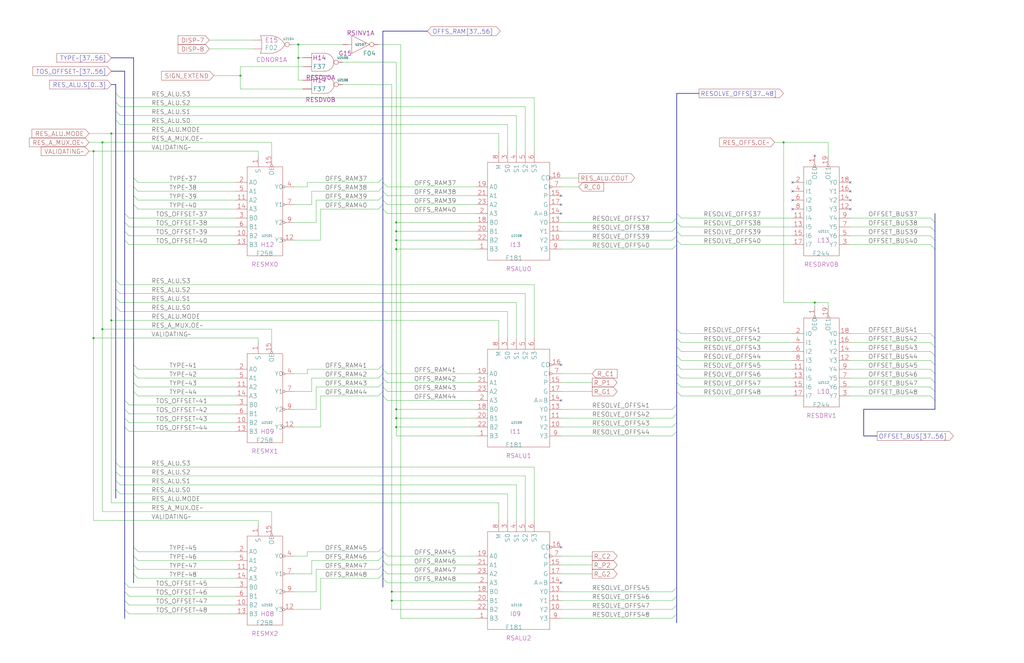
<source format=kicad_sch>
(kicad_sch (version 20211123) (generator eeschema)
  (paper "User" 584.2 378.46)
  (title_block (title "RESOLVE ALU BITS (37:48)") (date "22-MAY-90") (rev "1.0") (comment 1 "SEQUENCER") (comment 2 "232-003064") (comment 3 "S400") (comment 4 "RELEASED"))
  (lib_symbols
    (symbol "r1000:F02" (pin_numbers hide) (pin_names hide)
      (property "Reference" "U" (at 12.16 0.635 0))
      (property "Value" "F02" (at -1.27 -4.445 0))
      (property "Location" "___" (at 2.54 0 0))
      (property "Name" "______" (at 2.54 -12.7 0))
      (symbol "F02_0_1"
        (arc (start -3.81 -7.62) (mid -2.9847 -2.54) (end -3.81 2.54) (stroke (width 0.1524)))
        (polyline (pts (xy -5.08 -5.08) (xy -3.175 -5.08)) (stroke (width 0.1524)))
        (polyline (pts (xy -5.08 0) (xy -3.175 0)) (stroke (width 0.1524)))
        (polyline (pts (xy -3.81 -7.62) (xy 2.54 -7.62)) (stroke (width 0.1524)))
        (polyline (pts (xy -3.81 2.54) (xy 2.54 2.54)) (stroke (width 0.1524)))
        (polyline (pts (xy 13.97 -2.54) (xy 12.7 -2.54)) (stroke (width 0.1524)))
        (arc (start 2.54 -7.62) (mid 6.9515 -5.9823) (end 10.16 -2.54) (stroke (width 0.1524)))
        (arc (start 10.16 -2.54) (mid 6.9478 0.8966) (end 2.54 2.54) (stroke (width 0.1524)))
        (circle (center 11.43 -2.54) (radius 1.27) (stroke (width 0.1524)))
      )
      (symbol "F02_0_2"
        (circle (center -3.81 -5.08) (radius 1.27) (stroke (width 0.1524)))
        (circle (center -3.81 0) (radius 1.27) (stroke (width 0.1524)))
        (polyline (pts (xy -2.54 -7.62) (xy 5.08 -7.62)) (stroke (width 0.1524)))
        (polyline (pts (xy -2.54 2.54) (xy -2.54 -7.62)) (stroke (width 0.1524)))
        (polyline (pts (xy -2.54 2.54) (xy 5.08 2.54)) (stroke (width 0.1524)))
        (polyline (pts (xy 11.43 -2.54) (xy 10.16 -2.54)) (stroke (width 0.1524)))
        (polyline (pts (xy 11.43 -2.54) (xy 12.7 -2.54)) (stroke (width 0.1524)))
        (arc (start 5.08 -7.62) (mid 10.1282 -2.54) (end 5.08 2.54) (stroke (width 0.1524)))
      )
      (symbol "F02_1_1"
        (pin input line (at -7.62 0 0) (length 2.54) (name "D0") (number "1"))
        (pin input line (at -7.62 -5.08 0) (length 2.54) (name "D1") (number "2"))
        (pin output line (at 15.24 -2.54 180) (length 1.27) (name "Q") (number "3"))
      )
      (symbol "F02_1_2"
        (pin input line (at -7.62 0 0) (length 2.54) (name "D0") (number "1"))
        (pin input line (at -7.62 -5.08 0) (length 2.54) (name "D1") (number "2"))
        (pin output line (at 15.24 -2.54 180) (length 2.54) (name "Q") (number "3"))
      )
    )
    (symbol "r1000:F04" (pin_numbers hide) (pin_names hide)
      (property "Reference" "U" (at 0 0 0))
      (property "Value" "F04" (at 1.27 -5.08 0))
      (property "Location" "___" (at -12.7 -5.08 0))
      (property "Name" "______" (at 0 5.08 0))
      (symbol "F04_0_1"
        (polyline (pts (xy -7.62 0) (xy -5.08 0)) (stroke (width 0.1524)))
        (polyline (pts (xy -5.08 5.08) (xy -5.08 -5.08)) (stroke (width 0.1524)))
        (polyline (pts (xy 5.08 0) (xy -5.08 -5.08)) (stroke (width 0.1524)))
        (polyline (pts (xy 5.08 0) (xy -5.08 5.08)) (stroke (width 0.1524)))
        (circle (center 6.35 0) (radius 1.27) (stroke (width 0.1524)))
      )
      (symbol "F04_1_1"
        (pin input line (at -10.16 0 0) (length 2.54) (name "D0") (number "1"))
        (pin output line (at 10.16 0 180) (length 2.54) (name "Q") (number "2"))
      )
    )
    (symbol "r1000:F181" (pin_names (offset 1.016))
      (property "Reference" "U" (at 2.54 5.08 0))
      (property "Value" "F181" (at -3.81 -7.62 0))
      (property "Location" "___" (at -1.27 0 0))
      (property "Name" "______" (at 3.81 -15.24 0))
      (symbol "F181_1_1"
        (rectangle (start -13.97 46.99) (end 21.59 -8.89))
        (circle (center 22.225 33.02) (radius 0.635))
        (circle (center 22.225 38.1) (radius 0.635))
        (pin input line (at -20.32 -2.54 0) (length 6.35) (name "B3") (number "1"))
        (pin output line (at 27.94 2.54 180) (length 6.35) (name "Y2") (number "10"))
        (pin output line (at 27.94 7.62 180) (length 6.35) (name "Y1") (number "11"))
        (pin output line (at 27.94 12.7 180) (length 6.35) (name "Y0") (number "13"))
        (pin open_collector line (at 27.94 17.78 180) (length 6.35) (name "A=B") (number "14"))
        (pin output line (at 27.94 27.94 180) (length 6.35) (name "P") (number "15"))
        (pin output line (at 27.94 38.1 180) (length 5.08) (name "CO") (number "16"))
        (pin output line (at 27.94 22.86 180) (length 6.35) (name "G") (number "17"))
        (pin input line (at -20.32 12.7 0) (length 6.35) (name "B0") (number "18"))
        (pin input line (at -20.32 33.02 0) (length 6.35) (name "A0") (number "19"))
        (pin input line (at -20.32 17.78 0) (length 6.35) (name "A3") (number "2"))
        (pin input line (at -20.32 7.62 0) (length 6.35) (name "B1") (number "20"))
        (pin input line (at -20.32 27.94 0) (length 6.35) (name "A1") (number "21"))
        (pin input line (at -20.32 2.54 0) (length 6.35) (name "B2") (number "22"))
        (pin input line (at -20.32 22.86 0) (length 6.35) (name "A2") (number "23"))
        (pin input line (at -2.54 53.34 270) (length 6.35) (name "S0") (number "3"))
        (pin input line (at 2.54 53.34 270) (length 6.35) (name "S1") (number "4"))
        (pin input line (at 7.62 53.34 270) (length 6.35) (name "S2") (number "5"))
        (pin input line (at 12.7 53.34 270) (length 6.35) (name "S3") (number "6"))
        (pin input line (at 27.94 33.02 180) (length 5.08) (name "CI") (number "7"))
        (pin input line (at -7.62 53.34 270) (length 6.35) (name "M") (number "8"))
        (pin output line (at 27.94 -2.54 180) (length 6.35) (name "Y3") (number "9"))
      )
    )
    (symbol "r1000:F244" (pin_names (offset 1.016))
      (property "Reference" "U" (at 2.54 5.08 0))
      (property "Value" "F244" (at -3.81 -7.62 0))
      (property "Location" "___" (at -1.27 0 0))
      (property "Name" "______" (at 1.27 -15.24 0))
      (symbol "F244_1_1"
        (rectangle (start -8.89 41.91) (end 11.43 -8.89))
        (circle (center -2.54 42.545) (radius 0.635))
        (circle (center 5.08 42.545) (radius 0.635))
        (pin input line (at -2.54 48.26 270) (length 5.08) (name "OE0") (number "1"))
        (pin input line (at -15.24 12.7 0) (length 6.35) (name "I4") (number "11"))
        (pin tri_state line (at 17.78 17.78 180) (length 6.35) (name "Y3") (number "12"))
        (pin input line (at -15.24 7.62 0) (length 6.35) (name "I5") (number "13"))
        (pin tri_state line (at 17.78 22.86 180) (length 6.35) (name "Y2") (number "14"))
        (pin input line (at -15.24 2.54 0) (length 6.35) (name "I6") (number "15"))
        (pin tri_state line (at 17.78 27.94 180) (length 6.35) (name "Y1") (number "16"))
        (pin input line (at -15.24 -2.54 0) (length 6.35) (name "I7") (number "17"))
        (pin tri_state line (at 17.78 33.02 180) (length 6.35) (name "Y0") (number "18"))
        (pin input line (at 5.08 48.26 270) (length 5.08) (name "OE1") (number "19"))
        (pin input line (at -15.24 33.02 0) (length 6.35) (name "I0") (number "2"))
        (pin tri_state line (at 17.78 -2.54 180) (length 6.35) (name "Y7") (number "3"))
        (pin input line (at -15.24 27.94 0) (length 6.35) (name "I1") (number "4"))
        (pin tri_state line (at 17.78 2.54 180) (length 6.35) (name "Y6") (number "5"))
        (pin input line (at -15.24 22.86 0) (length 6.35) (name "I2") (number "6"))
        (pin tri_state line (at 17.78 7.62 180) (length 6.35) (name "Y5") (number "7"))
        (pin input line (at -15.24 17.78 0) (length 6.35) (name "I3") (number "8"))
        (pin tri_state line (at 17.78 12.7 180) (length 6.35) (name "Y4") (number "9"))
      )
    )
    (symbol "r1000:F258" (pin_names (offset 1.016))
      (property "Reference" "U" (at 2.54 5.08 0))
      (property "Value" "F258" (at -3.81 -5.08 0))
      (property "Location" "___" (at -1.27 0 0))
      (property "Name" "______" (at 1.27 -12.7 0))
      (symbol "F258_1_1"
        (rectangle (start -8.89 44.45) (end 11.43 -6.35))
        (circle (center 5.08 45.085) (radius 0.635))
        (circle (center 12.065 2.54) (radius 0.635))
        (circle (center 12.065 12.7) (radius 0.635))
        (circle (center 12.065 22.86) (radius 0.635))
        (circle (center 12.065 33.02) (radius 0.635))
        (pin input line (at -2.54 50.8 270) (length 6.35) (name "S") (number "1"))
        (pin input line (at -15.24 5.08 0) (length 6.35) (name "B2") (number "10"))
        (pin input line (at -15.24 25.4 0) (length 6.35) (name "A2") (number "11"))
        (pin tri_state line (at 17.78 2.54 180) (length 5.08) (name "Y3") (number "12"))
        (pin input line (at -15.24 0 0) (length 6.35) (name "B3") (number "13"))
        (pin input line (at -15.24 20.32 0) (length 6.35) (name "A3") (number "14"))
        (pin input line (at 5.08 50.8 270) (length 5.08) (name "OE") (number "15"))
        (pin input line (at -15.24 35.56 0) (length 6.35) (name "A0") (number "2"))
        (pin input line (at -15.24 15.24 0) (length 6.35) (name "B0") (number "3"))
        (pin tri_state line (at 17.78 33.02 180) (length 5.08) (name "Y0") (number "4"))
        (pin input line (at -15.24 30.48 0) (length 6.35) (name "A1") (number "5"))
        (pin input line (at -15.24 10.16 0) (length 6.35) (name "B1") (number "6"))
        (pin tri_state line (at 17.78 22.86 180) (length 5.08) (name "Y1") (number "7"))
        (pin tri_state line (at 17.78 12.7 180) (length 5.08) (name "Y2") (number "9"))
      )
    )
    (symbol "r1000:F37" (pin_numbers hide) (pin_names (offset 0) hide)
      (property "Reference" "U" (at 15.24 0 0))
      (property "Value" "F37" (at 1.905 -5.08 0))
      (property "Location" "___" (at 1.905 0 0))
      (property "Name" "______" (at 2.54 -12.7 0))
      (symbol "F37_0_1"
        (polyline (pts (xy -2.54 -7.62) (xy 5.08 -7.62)) (stroke (width 0.1524)))
        (polyline (pts (xy -2.54 2.54) (xy -2.54 -7.62)) (stroke (width 0.1524)))
        (polyline (pts (xy -2.54 2.54) (xy 5.08 2.54)) (stroke (width 0.1524)))
        (arc (start 5.08 -7.62) (mid 10.1282 -2.54) (end 5.08 2.54) (stroke (width 0.1524)))
        (circle (center 11.43 -2.54) (radius 1.27) (stroke (width 0.1524)))
      )
      (symbol "F37_0_2"
        (circle (center -3.81 -5.08) (radius 1.27) (stroke (width 0.1524)))
        (circle (center -3.81 0) (radius 1.27) (stroke (width 0.1524)))
        (arc (start -3.175 -7.62) (mid -2.134 -2.54) (end -3.175 2.54) (stroke (width 0.1524)))
        (polyline (pts (xy -3.175 -7.62) (xy 3.81 -7.62)) (stroke (width 0.1524)))
        (polyline (pts (xy -3.175 2.54) (xy 3.81 2.54)) (stroke (width 0.1524)))
        (arc (start 3.81 -7.62) (mid 7.5855 -5.8306) (end 10.16 -2.54) (stroke (width 0.1524)))
        (arc (start 10.16 -2.54) (mid 7.5827 0.7471) (end 3.81 2.54) (stroke (width 0.1524)))
      )
      (symbol "F37_1_1"
        (pin input line (at -7.62 0 0) (length 5.08) (name "D0") (number "1"))
        (pin input line (at -7.62 -5.08 0) (length 5.08) (name "D1") (number "2"))
        (pin output line (at 15.24 -2.54 180) (length 2.54) (name "Q") (number "3"))
      )
      (symbol "F37_1_2"
        (pin input line (at -7.62 0 0) (length 2.54) (name "D0") (number "1"))
        (pin input line (at -7.62 -5.08 0) (length 2.54) (name "D1") (number "2"))
        (pin output line (at 15.24 -2.54 180) (length 5.08) (name "Q") (number "3"))
      )
    )
  )
  (bus (pts (xy 218.44 101.6) (xy 218.44 104.14)))
  (bus (pts (xy 218.44 104.14) (xy 218.44 106.68)))
  (bus (pts (xy 218.44 106.68) (xy 218.44 109.22)))
  (bus (pts (xy 218.44 109.22) (xy 218.44 111.76)))
  (bus (pts (xy 218.44 111.76) (xy 218.44 114.3)))
  (bus (pts (xy 218.44 114.3) (xy 218.44 116.84)))
  (bus (pts (xy 218.44 116.84) (xy 218.44 119.38)))
  (bus (pts (xy 218.44 119.38) (xy 218.44 208.28)))
  (bus (pts (xy 218.44 17.78) (xy 218.44 101.6)))
  (bus (pts (xy 218.44 208.28) (xy 218.44 210.82)))
  (bus (pts (xy 218.44 210.82) (xy 218.44 213.36)))
  (bus (pts (xy 218.44 213.36) (xy 218.44 215.9)))
  (bus (pts (xy 218.44 215.9) (xy 218.44 218.44)))
  (bus (pts (xy 218.44 218.44) (xy 218.44 220.98)))
  (bus (pts (xy 218.44 220.98) (xy 218.44 223.52)))
  (bus (pts (xy 218.44 223.52) (xy 218.44 226.06)))
  (bus (pts (xy 218.44 226.06) (xy 218.44 312.42)))
  (bus (pts (xy 218.44 312.42) (xy 218.44 314.96)))
  (bus (pts (xy 218.44 314.96) (xy 218.44 317.5)))
  (bus (pts (xy 218.44 317.5) (xy 218.44 320.04)))
  (bus (pts (xy 218.44 320.04) (xy 218.44 322.58)))
  (bus (pts (xy 218.44 322.58) (xy 218.44 325.12)))
  (bus (pts (xy 218.44 325.12) (xy 218.44 327.66)))
  (bus (pts (xy 218.44 327.66) (xy 218.44 330.2)))
  (bus (pts (xy 218.44 330.2) (xy 218.44 335.28)))
  (bus (pts (xy 243.84 17.78) (xy 218.44 17.78)))
  (bus (pts (xy 386.08 121.92) (xy 386.08 124.46)))
  (bus (pts (xy 386.08 124.46) (xy 386.08 127)))
  (bus (pts (xy 386.08 127) (xy 386.08 129.54)))
  (bus (pts (xy 386.08 129.54) (xy 386.08 132.08)))
  (bus (pts (xy 386.08 132.08) (xy 386.08 134.62)))
  (bus (pts (xy 386.08 134.62) (xy 386.08 137.16)))
  (bus (pts (xy 386.08 137.16) (xy 386.08 139.7)))
  (bus (pts (xy 386.08 139.7) (xy 386.08 187.96)))
  (bus (pts (xy 386.08 187.96) (xy 386.08 193.04)))
  (bus (pts (xy 386.08 193.04) (xy 386.08 198.12)))
  (bus (pts (xy 386.08 198.12) (xy 386.08 203.2)))
  (bus (pts (xy 386.08 203.2) (xy 386.08 208.28)))
  (bus (pts (xy 386.08 208.28) (xy 386.08 213.36)))
  (bus (pts (xy 386.08 213.36) (xy 386.08 218.44)))
  (bus (pts (xy 386.08 218.44) (xy 386.08 223.52)))
  (bus (pts (xy 386.08 223.52) (xy 386.08 231.14)))
  (bus (pts (xy 386.08 231.14) (xy 386.08 236.22)))
  (bus (pts (xy 386.08 236.22) (xy 386.08 241.3)))
  (bus (pts (xy 386.08 241.3) (xy 386.08 246.38)))
  (bus (pts (xy 386.08 246.38) (xy 386.08 335.28)))
  (bus (pts (xy 386.08 335.28) (xy 386.08 340.36)))
  (bus (pts (xy 386.08 340.36) (xy 386.08 345.44)))
  (bus (pts (xy 386.08 345.44) (xy 386.08 350.52)))
  (bus (pts (xy 386.08 350.52) (xy 386.08 355.6)))
  (bus (pts (xy 386.08 53.34) (xy 386.08 121.92)))
  (bus (pts (xy 386.08 53.34) (xy 398.78 53.34)))
  (bus (pts (xy 492.76 233.68) (xy 492.76 248.92)))
  (bus (pts (xy 492.76 248.92) (xy 500.38 248.92)))
  (bus (pts (xy 533.4 121.92) (xy 533.4 127)))
  (bus (pts (xy 533.4 127) (xy 533.4 132.08)))
  (bus (pts (xy 533.4 132.08) (xy 533.4 137.16)))
  (bus (pts (xy 533.4 137.16) (xy 533.4 142.24)))
  (bus (pts (xy 533.4 142.24) (xy 533.4 193.04)))
  (bus (pts (xy 533.4 193.04) (xy 533.4 198.12)))
  (bus (pts (xy 533.4 198.12) (xy 533.4 203.2)))
  (bus (pts (xy 533.4 203.2) (xy 533.4 208.28)))
  (bus (pts (xy 533.4 208.28) (xy 533.4 213.36)))
  (bus (pts (xy 533.4 213.36) (xy 533.4 218.44)))
  (bus (pts (xy 533.4 218.44) (xy 533.4 223.52)))
  (bus (pts (xy 533.4 223.52) (xy 533.4 228.6)))
  (bus (pts (xy 533.4 228.6) (xy 533.4 233.68)))
  (bus (pts (xy 533.4 233.68) (xy 492.76 233.68)))
  (bus (pts (xy 63.5 33.02) (xy 76.2 33.02)))
  (bus (pts (xy 63.5 40.64) (xy 71.12 40.64)))
  (bus (pts (xy 63.5 48.26) (xy 66.04 48.26)))
  (bus (pts (xy 66.04 160.02) (xy 66.04 165.1)))
  (bus (pts (xy 66.04 165.1) (xy 66.04 170.18)))
  (bus (pts (xy 66.04 170.18) (xy 66.04 175.26)))
  (bus (pts (xy 66.04 175.26) (xy 66.04 264.16)))
  (bus (pts (xy 66.04 264.16) (xy 66.04 269.24)))
  (bus (pts (xy 66.04 269.24) (xy 66.04 274.32)))
  (bus (pts (xy 66.04 274.32) (xy 66.04 279.4)))
  (bus (pts (xy 66.04 279.4) (xy 66.04 284.48)))
  (bus (pts (xy 66.04 48.26) (xy 66.04 53.34)))
  (bus (pts (xy 66.04 53.34) (xy 66.04 58.42)))
  (bus (pts (xy 66.04 58.42) (xy 66.04 63.5)))
  (bus (pts (xy 66.04 63.5) (xy 66.04 68.58)))
  (bus (pts (xy 66.04 68.58) (xy 66.04 160.02)))
  (bus (pts (xy 71.12 121.92) (xy 71.12 127)))
  (bus (pts (xy 71.12 127) (xy 71.12 132.08)))
  (bus (pts (xy 71.12 132.08) (xy 71.12 137.16)))
  (bus (pts (xy 71.12 137.16) (xy 71.12 228.6)))
  (bus (pts (xy 71.12 228.6) (xy 71.12 233.68)))
  (bus (pts (xy 71.12 233.68) (xy 71.12 238.76)))
  (bus (pts (xy 71.12 238.76) (xy 71.12 243.84)))
  (bus (pts (xy 71.12 243.84) (xy 71.12 332.74)))
  (bus (pts (xy 71.12 332.74) (xy 71.12 337.82)))
  (bus (pts (xy 71.12 337.82) (xy 71.12 342.9)))
  (bus (pts (xy 71.12 342.9) (xy 71.12 347.98)))
  (bus (pts (xy 71.12 347.98) (xy 71.12 353.06)))
  (bus (pts (xy 71.12 40.64) (xy 71.12 121.92)))
  (bus (pts (xy 76.2 101.6) (xy 76.2 106.68)))
  (bus (pts (xy 76.2 106.68) (xy 76.2 111.76)))
  (bus (pts (xy 76.2 111.76) (xy 76.2 116.84)))
  (bus (pts (xy 76.2 116.84) (xy 76.2 208.28)))
  (bus (pts (xy 76.2 208.28) (xy 76.2 213.36)))
  (bus (pts (xy 76.2 213.36) (xy 76.2 218.44)))
  (bus (pts (xy 76.2 218.44) (xy 76.2 223.52)))
  (bus (pts (xy 76.2 223.52) (xy 76.2 312.42)))
  (bus (pts (xy 76.2 312.42) (xy 76.2 317.5)))
  (bus (pts (xy 76.2 317.5) (xy 76.2 322.58)))
  (bus (pts (xy 76.2 322.58) (xy 76.2 327.66)))
  (bus (pts (xy 76.2 327.66) (xy 76.2 332.74)))
  (bus (pts (xy 76.2 33.02) (xy 76.2 101.6)))
  (wire (pts (xy 119.38 22.86) (xy 144.78 22.86)))
  (wire (pts (xy 119.38 27.94) (xy 144.78 27.94)))
  (wire (pts (xy 121.92 43.18) (xy 137.16 43.18)))
  (wire (pts (xy 137.16 38.1) (xy 137.16 43.18)))
  (wire (pts (xy 137.16 50.8) (xy 137.16 43.18)))
  (wire (pts (xy 147.32 193.04) (xy 147.32 195.58)))
  (wire (pts (xy 147.32 297.18) (xy 147.32 299.72)))
  (wire (pts (xy 147.32 86.36) (xy 147.32 88.9)))
  (wire (pts (xy 154.94 187.96) (xy 154.94 195.58)))
  (wire (pts (xy 154.94 292.1) (xy 154.94 299.72)))
  (wire (pts (xy 154.94 81.28) (xy 154.94 88.9)))
  (wire (pts (xy 167.64 106.68) (xy 175.26 106.68)))
  (wire (pts (xy 167.64 116.84) (xy 177.8 116.84)))
  (wire (pts (xy 167.64 127) (xy 180.34 127)))
  (wire (pts (xy 167.64 137.16) (xy 182.88 137.16)))
  (wire (pts (xy 167.64 213.36) (xy 175.26 213.36)))
  (wire (pts (xy 167.64 223.52) (xy 177.8 223.52)))
  (wire (pts (xy 167.64 233.68) (xy 180.34 233.68)))
  (wire (pts (xy 167.64 243.84) (xy 182.88 243.84)))
  (wire (pts (xy 167.64 25.4) (xy 170.18 25.4)))
  (wire (pts (xy 167.64 317.5) (xy 175.26 317.5)))
  (wire (pts (xy 167.64 327.66) (xy 177.8 327.66)))
  (wire (pts (xy 167.64 337.82) (xy 180.34 337.82)))
  (wire (pts (xy 167.64 347.98) (xy 182.88 347.98)))
  (wire (pts (xy 170.18 25.4) (xy 170.18 33.02)))
  (wire (pts (xy 170.18 25.4) (xy 195.58 25.4)))
  (wire (pts (xy 170.18 33.02) (xy 172.72 33.02)))
  (wire (pts (xy 170.18 45.72) (xy 170.18 33.02)))
  (wire (pts (xy 172.72 38.1) (xy 137.16 38.1)))
  (wire (pts (xy 172.72 45.72) (xy 170.18 45.72)))
  (wire (pts (xy 172.72 50.8) (xy 137.16 50.8)))
  (wire (pts (xy 175.26 104.14) (xy 215.9 104.14)))
  (wire (pts (xy 175.26 106.68) (xy 175.26 104.14)))
  (wire (pts (xy 175.26 210.82) (xy 215.9 210.82)))
  (wire (pts (xy 175.26 213.36) (xy 175.26 210.82)))
  (wire (pts (xy 175.26 314.96) (xy 215.9 314.96)))
  (wire (pts (xy 175.26 317.5) (xy 175.26 314.96)))
  (wire (pts (xy 177.8 109.22) (xy 215.9 109.22)))
  (wire (pts (xy 177.8 116.84) (xy 177.8 109.22)))
  (wire (pts (xy 177.8 215.9) (xy 215.9 215.9)))
  (wire (pts (xy 177.8 223.52) (xy 177.8 215.9)))
  (wire (pts (xy 177.8 320.04) (xy 215.9 320.04)))
  (wire (pts (xy 177.8 327.66) (xy 177.8 320.04)))
  (wire (pts (xy 180.34 114.3) (xy 215.9 114.3)))
  (wire (pts (xy 180.34 127) (xy 180.34 114.3)))
  (wire (pts (xy 180.34 220.98) (xy 215.9 220.98)))
  (wire (pts (xy 180.34 233.68) (xy 180.34 220.98)))
  (wire (pts (xy 180.34 325.12) (xy 215.9 325.12)))
  (wire (pts (xy 180.34 337.82) (xy 180.34 325.12)))
  (wire (pts (xy 182.88 119.38) (xy 215.9 119.38)))
  (wire (pts (xy 182.88 137.16) (xy 182.88 119.38)))
  (wire (pts (xy 182.88 226.06) (xy 215.9 226.06)))
  (wire (pts (xy 182.88 243.84) (xy 182.88 226.06)))
  (wire (pts (xy 182.88 330.2) (xy 215.9 330.2)))
  (wire (pts (xy 182.88 347.98) (xy 182.88 330.2)))
  (wire (pts (xy 195.58 35.56) (xy 226.06 35.56)))
  (wire (pts (xy 195.58 48.26) (xy 223.52 48.26)))
  (wire (pts (xy 220.98 106.68) (xy 271.78 106.68)))
  (wire (pts (xy 220.98 111.76) (xy 271.78 111.76)))
  (wire (pts (xy 220.98 116.84) (xy 271.78 116.84)))
  (wire (pts (xy 220.98 121.92) (xy 271.78 121.92)))
  (wire (pts (xy 220.98 213.36) (xy 271.78 213.36)))
  (wire (pts (xy 220.98 218.44) (xy 271.78 218.44)))
  (wire (pts (xy 220.98 223.52) (xy 271.78 223.52)))
  (wire (pts (xy 220.98 228.6) (xy 271.78 228.6)))
  (wire (pts (xy 220.98 317.5) (xy 271.78 317.5)))
  (wire (pts (xy 220.98 322.58) (xy 271.78 322.58)))
  (wire (pts (xy 220.98 327.66) (xy 271.78 327.66)))
  (wire (pts (xy 220.98 332.74) (xy 271.78 332.74)))
  (wire (pts (xy 223.52 337.82) (xy 223.52 342.9)))
  (wire (pts (xy 223.52 337.82) (xy 271.78 337.82)))
  (wire (pts (xy 223.52 342.9) (xy 223.52 347.98)))
  (wire (pts (xy 223.52 342.9) (xy 271.78 342.9)))
  (wire (pts (xy 223.52 347.98) (xy 271.78 347.98)))
  (wire (pts (xy 223.52 48.26) (xy 223.52 337.82)))
  (wire (pts (xy 226.06 127) (xy 226.06 132.08)))
  (wire (pts (xy 226.06 127) (xy 271.78 127)))
  (wire (pts (xy 226.06 132.08) (xy 226.06 137.16)))
  (wire (pts (xy 226.06 132.08) (xy 271.78 132.08)))
  (wire (pts (xy 226.06 137.16) (xy 226.06 142.24)))
  (wire (pts (xy 226.06 137.16) (xy 271.78 137.16)))
  (wire (pts (xy 226.06 142.24) (xy 226.06 233.68)))
  (wire (pts (xy 226.06 142.24) (xy 271.78 142.24)))
  (wire (pts (xy 226.06 233.68) (xy 226.06 238.76)))
  (wire (pts (xy 226.06 233.68) (xy 271.78 233.68)))
  (wire (pts (xy 226.06 238.76) (xy 226.06 243.84)))
  (wire (pts (xy 226.06 238.76) (xy 271.78 238.76)))
  (wire (pts (xy 226.06 243.84) (xy 226.06 248.92)))
  (wire (pts (xy 226.06 243.84) (xy 271.78 243.84)))
  (wire (pts (xy 226.06 248.92) (xy 271.78 248.92)))
  (wire (pts (xy 226.06 35.56) (xy 226.06 127)))
  (wire (pts (xy 228.6 25.4) (xy 215.9 25.4)))
  (wire (pts (xy 228.6 353.06) (xy 228.6 25.4)))
  (wire (pts (xy 271.78 353.06) (xy 228.6 353.06)))
  (wire (pts (xy 284.48 182.88) (xy 284.48 193.04)))
  (wire (pts (xy 284.48 287.02) (xy 284.48 297.18)))
  (wire (pts (xy 284.48 76.2) (xy 284.48 86.36)))
  (wire (pts (xy 289.56 177.8) (xy 289.56 193.04)))
  (wire (pts (xy 289.56 281.94) (xy 289.56 297.18)))
  (wire (pts (xy 289.56 71.12) (xy 289.56 86.36)))
  (wire (pts (xy 294.64 172.72) (xy 294.64 193.04)))
  (wire (pts (xy 294.64 276.86) (xy 294.64 297.18)))
  (wire (pts (xy 294.64 66.04) (xy 294.64 86.36)))
  (wire (pts (xy 299.72 167.64) (xy 299.72 193.04)))
  (wire (pts (xy 299.72 271.78) (xy 299.72 297.18)))
  (wire (pts (xy 299.72 60.96) (xy 299.72 86.36)))
  (wire (pts (xy 304.8 162.56) (xy 304.8 193.04)))
  (wire (pts (xy 304.8 266.7) (xy 304.8 297.18)))
  (wire (pts (xy 304.8 55.88) (xy 304.8 86.36)))
  (wire (pts (xy 320.04 101.6) (xy 330.2 101.6)))
  (wire (pts (xy 320.04 106.68) (xy 330.2 106.68)))
  (wire (pts (xy 320.04 127) (xy 383.54 127)))
  (wire (pts (xy 320.04 132.08) (xy 383.54 132.08)))
  (wire (pts (xy 320.04 137.16) (xy 383.54 137.16)))
  (wire (pts (xy 320.04 142.24) (xy 383.54 142.24)))
  (wire (pts (xy 320.04 213.36) (xy 337.82 213.36)))
  (wire (pts (xy 320.04 218.44) (xy 337.82 218.44)))
  (wire (pts (xy 320.04 223.52) (xy 337.82 223.52)))
  (wire (pts (xy 320.04 233.68) (xy 383.54 233.68)))
  (wire (pts (xy 320.04 238.76) (xy 383.54 238.76)))
  (wire (pts (xy 320.04 243.84) (xy 383.54 243.84)))
  (wire (pts (xy 320.04 248.92) (xy 383.54 248.92)))
  (wire (pts (xy 320.04 317.5) (xy 337.82 317.5)))
  (wire (pts (xy 320.04 322.58) (xy 337.82 322.58)))
  (wire (pts (xy 320.04 327.66) (xy 337.82 327.66)))
  (wire (pts (xy 320.04 337.82) (xy 383.54 337.82)))
  (wire (pts (xy 320.04 342.9) (xy 383.54 342.9)))
  (wire (pts (xy 320.04 347.98) (xy 383.54 347.98)))
  (wire (pts (xy 320.04 353.06) (xy 383.54 353.06)))
  (wire (pts (xy 388.62 124.46) (xy 452.12 124.46)))
  (wire (pts (xy 388.62 129.54) (xy 452.12 129.54)))
  (wire (pts (xy 388.62 134.62) (xy 452.12 134.62)))
  (wire (pts (xy 388.62 139.7) (xy 452.12 139.7)))
  (wire (pts (xy 388.62 190.5) (xy 452.12 190.5)))
  (wire (pts (xy 388.62 195.58) (xy 452.12 195.58)))
  (wire (pts (xy 388.62 200.66) (xy 452.12 200.66)))
  (wire (pts (xy 388.62 205.74) (xy 452.12 205.74)))
  (wire (pts (xy 388.62 210.82) (xy 452.12 210.82)))
  (wire (pts (xy 388.62 215.9) (xy 452.12 215.9)))
  (wire (pts (xy 388.62 220.98) (xy 452.12 220.98)))
  (wire (pts (xy 388.62 226.06) (xy 452.12 226.06)))
  (wire (pts (xy 441.96 81.28) (xy 447.04 81.28)))
  (wire (pts (xy 447.04 172.72) (xy 464.82 172.72)))
  (wire (pts (xy 447.04 81.28) (xy 447.04 172.72)))
  (wire (pts (xy 447.04 81.28) (xy 472.44 81.28)))
  (wire (pts (xy 464.82 172.72) (xy 464.82 175.26)))
  (wire (pts (xy 464.82 172.72) (xy 472.44 172.72)))
  (wire (pts (xy 472.44 172.72) (xy 472.44 175.26)))
  (wire (pts (xy 472.44 81.28) (xy 472.44 88.9)))
  (wire (pts (xy 485.14 124.46) (xy 530.86 124.46)))
  (wire (pts (xy 485.14 129.54) (xy 530.86 129.54)))
  (wire (pts (xy 485.14 134.62) (xy 530.86 134.62)))
  (wire (pts (xy 485.14 139.7) (xy 530.86 139.7)))
  (wire (pts (xy 485.14 190.5) (xy 530.86 190.5)))
  (wire (pts (xy 485.14 195.58) (xy 530.86 195.58)))
  (wire (pts (xy 485.14 200.66) (xy 530.86 200.66)))
  (wire (pts (xy 485.14 205.74) (xy 530.86 205.74)))
  (wire (pts (xy 485.14 210.82) (xy 530.86 210.82)))
  (wire (pts (xy 485.14 215.9) (xy 530.86 215.9)))
  (wire (pts (xy 485.14 220.98) (xy 530.86 220.98)))
  (wire (pts (xy 485.14 226.06) (xy 530.86 226.06)))
  (wire (pts (xy 50.8 76.2) (xy 63.5 76.2)))
  (wire (pts (xy 50.8 81.28) (xy 58.42 81.28)))
  (wire (pts (xy 50.8 86.36) (xy 53.34 86.36)))
  (wire (pts (xy 53.34 193.04) (xy 147.32 193.04)))
  (wire (pts (xy 53.34 193.04) (xy 53.34 297.18)))
  (wire (pts (xy 53.34 297.18) (xy 147.32 297.18)))
  (wire (pts (xy 53.34 86.36) (xy 147.32 86.36)))
  (wire (pts (xy 53.34 86.36) (xy 53.34 193.04)))
  (wire (pts (xy 58.42 187.96) (xy 154.94 187.96)))
  (wire (pts (xy 58.42 187.96) (xy 58.42 292.1)))
  (wire (pts (xy 58.42 292.1) (xy 154.94 292.1)))
  (wire (pts (xy 58.42 81.28) (xy 154.94 81.28)))
  (wire (pts (xy 58.42 81.28) (xy 58.42 187.96)))
  (wire (pts (xy 63.5 182.88) (xy 284.48 182.88)))
  (wire (pts (xy 63.5 182.88) (xy 63.5 287.02)))
  (wire (pts (xy 63.5 287.02) (xy 284.48 287.02)))
  (wire (pts (xy 63.5 76.2) (xy 284.48 76.2)))
  (wire (pts (xy 63.5 76.2) (xy 63.5 182.88)))
  (wire (pts (xy 68.58 162.56) (xy 304.8 162.56)))
  (wire (pts (xy 68.58 167.64) (xy 299.72 167.64)))
  (wire (pts (xy 68.58 172.72) (xy 294.64 172.72)))
  (wire (pts (xy 68.58 177.8) (xy 289.56 177.8)))
  (wire (pts (xy 68.58 266.7) (xy 304.8 266.7)))
  (wire (pts (xy 68.58 271.78) (xy 299.72 271.78)))
  (wire (pts (xy 68.58 276.86) (xy 294.64 276.86)))
  (wire (pts (xy 68.58 281.94) (xy 289.56 281.94)))
  (wire (pts (xy 68.58 55.88) (xy 304.8 55.88)))
  (wire (pts (xy 68.58 60.96) (xy 299.72 60.96)))
  (wire (pts (xy 68.58 66.04) (xy 294.64 66.04)))
  (wire (pts (xy 68.58 71.12) (xy 289.56 71.12)))
  (wire (pts (xy 73.66 124.46) (xy 134.62 124.46)))
  (wire (pts (xy 73.66 129.54) (xy 134.62 129.54)))
  (wire (pts (xy 73.66 134.62) (xy 134.62 134.62)))
  (wire (pts (xy 73.66 139.7) (xy 134.62 139.7)))
  (wire (pts (xy 73.66 231.14) (xy 134.62 231.14)))
  (wire (pts (xy 73.66 236.22) (xy 134.62 236.22)))
  (wire (pts (xy 73.66 241.3) (xy 134.62 241.3)))
  (wire (pts (xy 73.66 246.38) (xy 134.62 246.38)))
  (wire (pts (xy 73.66 335.28) (xy 134.62 335.28)))
  (wire (pts (xy 73.66 340.36) (xy 134.62 340.36)))
  (wire (pts (xy 73.66 345.44) (xy 134.62 345.44)))
  (wire (pts (xy 73.66 350.52) (xy 134.62 350.52)))
  (wire (pts (xy 78.74 104.14) (xy 134.62 104.14)))
  (wire (pts (xy 78.74 109.22) (xy 134.62 109.22)))
  (wire (pts (xy 78.74 114.3) (xy 134.62 114.3)))
  (wire (pts (xy 78.74 119.38) (xy 134.62 119.38)))
  (wire (pts (xy 78.74 210.82) (xy 134.62 210.82)))
  (wire (pts (xy 78.74 215.9) (xy 134.62 215.9)))
  (wire (pts (xy 78.74 220.98) (xy 134.62 220.98)))
  (wire (pts (xy 78.74 226.06) (xy 134.62 226.06)))
  (wire (pts (xy 78.74 314.96) (xy 134.62 314.96)))
  (wire (pts (xy 78.74 320.04) (xy 134.62 320.04)))
  (wire (pts (xy 78.74 325.12) (xy 134.62 325.12)))
  (wire (pts (xy 78.74 330.2) (xy 134.62 330.2)))
  (global_label "RES_ALU.MODE" (shape input) (at 50.8 76.2 180) (effects (font (size 2.54 2.54))) (property "Intersheet References" "${INTERSHEET_REFS}" (at 18.2759 76.0413 0) (effects (font (size 2.54 2.54)) (justify right))))
  (global_label "RES_A_MUX.OE~" (shape input) (at 50.8 81.28 180) (effects (font (size 2.54 2.54))) (property "Intersheet References" "${INTERSHEET_REFS}" (at 16.7035 81.1213 0) (effects (font (size 2.54 2.54)) (justify right))))
  (global_label "VALIDATING~" (shape input) (at 50.8 86.36 180) (effects (font (size 2.54 2.54))) (property "Intersheet References" "${INTERSHEET_REFS}" (at 23.4769 86.2013 0) (effects (font (size 2.54 2.54)) (justify right))))
  (junction (at 53.34 86.36))
  (junction (at 53.34 193.04))
  (junction (at 58.42 81.28))
  (junction (at 58.42 187.96))
  (global_label "TYPE~[37..56]" (shape input) (at 63.5 33.02 180) (effects (font (size 2.54 2.54))) (property "Intersheet References" "${INTERSHEET_REFS}" (at 32.4273 32.8613 0) (effects (font (size 2.54 2.54)) (justify right))))
  (global_label "TOS_OFFSET~[37..56]" (shape input) (at 63.5 40.64 180) (effects (font (size 2.54 2.54))) (property "Intersheet References" "${INTERSHEET_REFS}" (at 18.7597 40.4813 0) (effects (font (size 2.54 2.54)) (justify right))))
  (global_label "RES_ALU.S[0..3]" (shape input) (at 63.5 48.26 180) (effects (font (size 2.54 2.54))) (property "Intersheet References" "${INTERSHEET_REFS}" (at 28.315 48.1013 0) (effects (font (size 2.54 2.54)) (justify right))))
  (junction (at 63.5 76.2))
  (junction (at 63.5 182.88))
  (bus_entry (at 66.04 53.34) (size 2.54 2.54))
  (bus_entry (at 66.04 58.42) (size 2.54 2.54))
  (bus_entry (at 66.04 63.5) (size 2.54 2.54))
  (bus_entry (at 66.04 68.58) (size 2.54 2.54))
  (bus_entry (at 66.04 160.02) (size 2.54 2.54))
  (bus_entry (at 66.04 165.1) (size 2.54 2.54))
  (bus_entry (at 66.04 170.18) (size 2.54 2.54))
  (bus_entry (at 66.04 175.26) (size 2.54 2.54))
  (bus_entry (at 66.04 264.16) (size 2.54 2.54))
  (bus_entry (at 66.04 269.24) (size 2.54 2.54))
  (bus_entry (at 66.04 274.32) (size 2.54 2.54))
  (bus_entry (at 66.04 279.4) (size 2.54 2.54))
  (bus_entry (at 71.12 121.92) (size 2.54 2.54))
  (bus_entry (at 71.12 127) (size 2.54 2.54))
  (bus_entry (at 71.12 132.08) (size 2.54 2.54))
  (bus_entry (at 71.12 137.16) (size 2.54 2.54))
  (bus_entry (at 71.12 228.6) (size 2.54 2.54))
  (bus_entry (at 71.12 233.68) (size 2.54 2.54))
  (bus_entry (at 71.12 238.76) (size 2.54 2.54))
  (bus_entry (at 71.12 243.84) (size 2.54 2.54))
  (bus_entry (at 71.12 332.74) (size 2.54 2.54))
  (bus_entry (at 71.12 337.82) (size 2.54 2.54))
  (bus_entry (at 71.12 342.9) (size 2.54 2.54))
  (bus_entry (at 71.12 347.98) (size 2.54 2.54))
  (bus_entry (at 76.2 101.6) (size 2.54 2.54))
  (bus_entry (at 76.2 106.68) (size 2.54 2.54))
  (bus_entry (at 76.2 111.76) (size 2.54 2.54))
  (bus_entry (at 76.2 116.84) (size 2.54 2.54))
  (bus_entry (at 76.2 208.28) (size 2.54 2.54))
  (bus_entry (at 76.2 213.36) (size 2.54 2.54))
  (bus_entry (at 76.2 218.44) (size 2.54 2.54))
  (bus_entry (at 76.2 223.52) (size 2.54 2.54))
  (bus_entry (at 76.2 312.42) (size 2.54 2.54))
  (bus_entry (at 76.2 317.5) (size 2.54 2.54))
  (bus_entry (at 76.2 322.58) (size 2.54 2.54))
  (bus_entry (at 76.2 327.66) (size 2.54 2.54))
  (label "RES_ALU.S3" (at 86.36 55.88 0) (effects (font (size 2.54 2.54))))
  (label "RES_ALU.S2" (at 86.36 60.96 0) (effects (font (size 2.54 2.54))))
  (label "RES_ALU.S1" (at 86.36 66.04 0) (effects (font (size 2.54 2.54))))
  (label "RES_ALU.S0" (at 86.36 71.12 0) (effects (font (size 2.54 2.54))))
  (label "RES_ALU.MODE" (at 86.36 76.2 0) (effects (font (size 2.54 2.54))))
  (label "RES_A_MUX.OE~" (at 86.36 81.28 0) (effects (font (size 2.54 2.54))))
  (label "VALIDATING~" (at 86.36 86.36 0) (effects (font (size 2.54 2.54))))
  (label "RES_ALU.S3" (at 86.36 162.56 0) (effects (font (size 2.54 2.54))))
  (label "RES_ALU.S2" (at 86.36 167.64 0) (effects (font (size 2.54 2.54))))
  (label "RES_ALU.S1" (at 86.36 172.72 0) (effects (font (size 2.54 2.54))))
  (label "RES_ALU.S0" (at 86.36 177.8 0) (effects (font (size 2.54 2.54))))
  (label "RES_ALU.MODE" (at 86.36 182.88 0) (effects (font (size 2.54 2.54))))
  (label "RES_A_MUX.OE~" (at 86.36 187.96 0) (effects (font (size 2.54 2.54))))
  (label "VALIDATING~" (at 86.36 193.04 0) (effects (font (size 2.54 2.54))))
  (label "RES_ALU.S3" (at 86.36 266.7 0) (effects (font (size 2.54 2.54))))
  (label "RES_ALU.S2" (at 86.36 271.78 0) (effects (font (size 2.54 2.54))))
  (label "RES_ALU.S1" (at 86.36 276.86 0) (effects (font (size 2.54 2.54))))
  (label "RES_ALU.S0" (at 86.36 281.94 0) (effects (font (size 2.54 2.54))))
  (label "RES_ALU.MODE" (at 86.36 287.02 0) (effects (font (size 2.54 2.54))))
  (label "RES_A_MUX.OE~" (at 86.36 292.1 0) (effects (font (size 2.54 2.54))))
  (label "VALIDATING~" (at 86.36 297.18 0) (effects (font (size 2.54 2.54))))
  (label "TOS_OFFSET~37" (at 88.9 124.46 0) (effects (font (size 2.54 2.54))))
  (label "TOS_OFFSET~38" (at 88.9 129.54 0) (effects (font (size 2.54 2.54))))
  (label "TOS_OFFSET~39" (at 88.9 134.62 0) (effects (font (size 2.54 2.54))))
  (label "TOS_OFFSET~40" (at 88.9 139.7 0) (effects (font (size 2.54 2.54))))
  (label "TOS_OFFSET~41" (at 88.9 231.14 0) (effects (font (size 2.54 2.54))))
  (label "TOS_OFFSET~42" (at 88.9 236.22 0) (effects (font (size 2.54 2.54))))
  (label "TOS_OFFSET~43" (at 88.9 241.3 0) (effects (font (size 2.54 2.54))))
  (label "TOS_OFFSET~44" (at 88.9 246.38 0) (effects (font (size 2.54 2.54))))
  (label "TOS_OFFSET~45" (at 88.9 335.28 0) (effects (font (size 2.54 2.54))))
  (label "TOS_OFFSET~46" (at 88.9 340.36 0) (effects (font (size 2.54 2.54))))
  (label "TOS_OFFSET~47" (at 88.9 345.44 0) (effects (font (size 2.54 2.54))))
  (label "TOS_OFFSET~48" (at 88.9 350.52 0) (effects (font (size 2.54 2.54))))
  (label "TYPE~37" (at 96.52 104.14 0) (effects (font (size 2.54 2.54))))
  (label "TYPE~38" (at 96.52 109.22 0) (effects (font (size 2.54 2.54))))
  (label "TYPE~39" (at 96.52 114.3 0) (effects (font (size 2.54 2.54))))
  (label "TYPE~40" (at 96.52 119.38 0) (effects (font (size 2.54 2.54))))
  (label "TYPE~41" (at 96.52 210.82 0) (effects (font (size 2.54 2.54))))
  (label "TYPE~42" (at 96.52 215.9 0) (effects (font (size 2.54 2.54))))
  (label "TYPE~43" (at 96.52 220.98 0) (effects (font (size 2.54 2.54))))
  (label "TYPE~44" (at 96.52 226.06 0) (effects (font (size 2.54 2.54))))
  (label "TYPE~45" (at 96.52 314.96 0) (effects (font (size 2.54 2.54))))
  (label "TYPE~46" (at 96.52 320.04 0) (effects (font (size 2.54 2.54))))
  (label "TYPE~47" (at 96.52 325.12 0) (effects (font (size 2.54 2.54))))
  (label "TYPE~48" (at 96.52 330.2 0) (effects (font (size 2.54 2.54))))
  (global_label "DISP~7" (shape input) (at 119.38 22.86 180) (effects (font (size 2.54 2.54))) (property "Intersheet References" "${INTERSHEET_REFS}" (at 101.6121 22.7013 0) (effects (font (size 2.54 2.54)) (justify right))))
  (global_label "DISP~8" (shape input) (at 119.38 27.94 180) (effects (font (size 2.54 2.54))) (property "Intersheet References" "${INTERSHEET_REFS}" (at 101.6121 27.7813 0) (effects (font (size 2.54 2.54)) (justify right))))
  (global_label "SIGN_EXTEND" (shape input) (at 121.92 43.18 180) (effects (font (size 2.54 2.54))) (property "Intersheet References" "${INTERSHEET_REFS}" (at 92.1778 43.0213 0) (effects (font (size 2.54 2.54)) (justify right))))
  (junction (at 137.16 43.18))
  (symbol (lib_id "r1000:F258") (at 149.86 139.7 0) (unit 1)
    (property "Reference" "U2101" (at 152.4 134.62 0))
    (property "Value" "F258" (at 146.05 144.78 0) (effects (font (size 2.54 2.54)) (justify left)))
    (property "Location" "H12" (at 148.59 139.7 0) (effects (font (size 2.54 2.54)) (justify left)))
    (property "Name" "RESMX0" (at 151.13 152.4 0) (effects (font (size 2.54 2.54)) (justify bottom)))
  )
  (symbol (lib_id "r1000:F258") (at 149.86 246.38 0) (unit 1)
    (property "Reference" "U2102" (at 152.4 241.3 0))
    (property "Value" "F258" (at 146.05 251.46 0) (effects (font (size 2.54 2.54)) (justify left)))
    (property "Location" "H09" (at 148.59 246.38 0) (effects (font (size 2.54 2.54)) (justify left)))
    (property "Name" "RESMX1" (at 151.13 259.08 0) (effects (font (size 2.54 2.54)) (justify bottom)))
  )
  (symbol (lib_id "r1000:F258") (at 149.86 350.52 0) (unit 1)
    (property "Reference" "U2103" (at 152.4 345.44 0))
    (property "Value" "F258" (at 146.05 355.6 0) (effects (font (size 2.54 2.54)) (justify left)))
    (property "Location" "H08" (at 148.59 350.52 0) (effects (font (size 2.54 2.54)) (justify left)))
    (property "Name" "RESMX2" (at 151.13 363.22 0) (effects (font (size 2.54 2.54)) (justify bottom)))
  )
  (symbol (lib_id "r1000:F02") (at 152.4 22.86 0) (unit 1)
    (property "Reference" "U2104" (at 164.56 22.225 0))
    (property "Value" "F02" (at 151.13 27.305 0) (effects (font (size 2.54 2.54)) (justify left)))
    (property "Location" "E15" (at 154.94 22.86 0) (effects (font (size 2.54 2.54))))
    (property "Name" "CDNOR1A" (at 154.94 35.56 0) (effects (font (size 2.54 2.54)) (justify bottom)))
  )
  (junction (at 170.18 25.4))
  (junction (at 170.18 33.02))
  (symbol (lib_id "r1000:F37") (at 180.34 33.02 0) (unit 1)
    (property "Reference" "U2105" (at 195.58 33.02 0))
    (property "Value" "F37" (at 182.245 38.1 0) (effects (font (size 2.54 2.54))))
    (property "Location" "H14" (at 182.245 33.02 0) (effects (font (size 2.54 2.54))))
    (property "Name" "RESDV0A" (at 182.88 45.72 0) (effects (font (size 2.54 2.54)) (justify bottom)))
  )
  (symbol (lib_id "r1000:F37") (at 180.34 45.72 0) (unit 1)
    (property "Reference" "U2106" (at 195.58 45.72 0))
    (property "Value" "F37" (at 182.245 50.8 0) (effects (font (size 2.54 2.54))))
    (property "Location" "H14" (at 182.245 45.72 0) (effects (font (size 2.54 2.54))))
    (property "Name" "RESDV0B" (at 182.88 58.42 0) (effects (font (size 2.54 2.54)) (justify bottom)))
  )
  (label "OFFS_RAM37" (at 185.42 104.14 0) (effects (font (size 2.54 2.54))))
  (label "OFFS_RAM38" (at 185.42 109.22 0) (effects (font (size 2.54 2.54))))
  (label "OFFS_RAM39" (at 185.42 114.3 0) (effects (font (size 2.54 2.54))))
  (label "OFFS_RAM40" (at 185.42 119.38 0) (effects (font (size 2.54 2.54))))
  (label "OFFS_RAM41" (at 185.42 210.82 0) (effects (font (size 2.54 2.54))))
  (label "OFFS_RAM42" (at 185.42 215.9 0) (effects (font (size 2.54 2.54))))
  (label "OFFS_RAM43" (at 185.42 220.98 0) (effects (font (size 2.54 2.54))))
  (label "OFFS_RAM44" (at 185.42 226.06 0) (effects (font (size 2.54 2.54))))
  (label "OFFS_RAM45" (at 185.42 314.96 0) (effects (font (size 2.54 2.54))))
  (label "OFFS_RAM46" (at 185.42 320.04 0) (effects (font (size 2.54 2.54))))
  (label "OFFS_RAM47" (at 185.42 325.12 0) (effects (font (size 2.54 2.54))))
  (label "OFFS_RAM48" (at 185.42 330.2 0) (effects (font (size 2.54 2.54))))
  (symbol (lib_id "r1000:F04") (at 205.74 25.4 0) (unit 1)
    (property "Reference" "U2107" (at 205.74 25.4 0))
    (property "Value" "F04" (at 207.01 30.48 0) (effects (font (size 2.54 2.54)) (justify left)))
    (property "Location" "G15" (at 193.04 30.48 0) (effects (font (size 2.54 2.54)) (justify left)))
    (property "Name" "RSINV1A" (at 205.74 20.32 0) (effects (font (size 2.54 2.54)) (justify bottom)))
  )
  (bus_entry (at 218.44 101.6) (size -2.54 2.54))
  (bus_entry (at 218.44 104.14) (size 2.54 2.54))
  (bus_entry (at 218.44 106.68) (size -2.54 2.54))
  (bus_entry (at 218.44 109.22) (size 2.54 2.54))
  (bus_entry (at 218.44 111.76) (size -2.54 2.54))
  (bus_entry (at 218.44 114.3) (size 2.54 2.54))
  (bus_entry (at 218.44 116.84) (size -2.54 2.54))
  (bus_entry (at 218.44 119.38) (size 2.54 2.54))
  (bus_entry (at 218.44 208.28) (size -2.54 2.54))
  (bus_entry (at 218.44 210.82) (size 2.54 2.54))
  (bus_entry (at 218.44 213.36) (size -2.54 2.54))
  (bus_entry (at 218.44 215.9) (size 2.54 2.54))
  (bus_entry (at 218.44 218.44) (size -2.54 2.54))
  (bus_entry (at 218.44 220.98) (size 2.54 2.54))
  (bus_entry (at 218.44 223.52) (size -2.54 2.54))
  (bus_entry (at 218.44 226.06) (size 2.54 2.54))
  (bus_entry (at 218.44 312.42) (size -2.54 2.54))
  (bus_entry (at 218.44 314.96) (size 2.54 2.54))
  (bus_entry (at 218.44 317.5) (size -2.54 2.54))
  (bus_entry (at 218.44 320.04) (size 2.54 2.54))
  (bus_entry (at 218.44 322.58) (size -2.54 2.54))
  (bus_entry (at 218.44 325.12) (size 2.54 2.54))
  (bus_entry (at 218.44 327.66) (size -2.54 2.54))
  (bus_entry (at 218.44 330.2) (size 2.54 2.54))
  (junction (at 223.52 337.82))
  (junction (at 223.52 342.9))
  (junction (at 226.06 127))
  (junction (at 226.06 132.08))
  (junction (at 226.06 137.16))
  (junction (at 226.06 142.24))
  (junction (at 226.06 233.68))
  (junction (at 226.06 238.76))
  (junction (at 226.06 243.84))
  (label "OFFS_RAM37" (at 236.22 106.68 0) (effects (font (size 2.54 2.54))))
  (label "OFFS_RAM38" (at 236.22 111.76 0) (effects (font (size 2.54 2.54))))
  (label "OFFS_RAM39" (at 236.22 116.84 0) (effects (font (size 2.54 2.54))))
  (label "OFFS_RAM40" (at 236.22 121.92 0) (effects (font (size 2.54 2.54))))
  (label "OFFS_RAM41" (at 236.22 213.36 0) (effects (font (size 2.54 2.54))))
  (label "OFFS_RAM42" (at 236.22 218.44 0) (effects (font (size 2.54 2.54))))
  (label "OFFS_RAM43" (at 236.22 223.52 0) (effects (font (size 2.54 2.54))))
  (label "OFFS_RAM44" (at 236.22 228.6 0) (effects (font (size 2.54 2.54))))
  (label "OFFS_RAM45" (at 236.22 317.5 0) (effects (font (size 2.54 2.54))))
  (label "OFFS_RAM46" (at 236.22 322.58 0) (effects (font (size 2.54 2.54))))
  (label "OFFS_RAM47" (at 236.22 327.66 0) (effects (font (size 2.54 2.54))))
  (label "OFFS_RAM48" (at 236.22 332.74 0) (effects (font (size 2.54 2.54))))
  (global_label "OFFS_RAM[37..56]" (shape bidirectional) (at 243.84 17.78 0) (effects (font (size 2.54 2.54))) (property "Intersheet References" "${INTERSHEET_REFS}" (at 283.1374 17.6213 0) (effects (font (size 2.54 2.54)) (justify left))))
  (symbol (lib_id "r1000:F181") (at 292.1 139.7 0) (unit 1)
    (property "Reference" "U2108" (at 294.64 134.62 0))
    (property "Value" "F181" (at 288.29 147.32 0) (effects (font (size 2.54 2.54)) (justify left)))
    (property "Location" "I13" (at 290.83 139.7 0) (effects (font (size 2.54 2.54)) (justify left)))
    (property "Name" "RSALU0" (at 295.91 154.94 0) (effects (font (size 2.54 2.54)) (justify bottom)))
  )
  (symbol (lib_id "r1000:F181") (at 292.1 246.38 0) (unit 1)
    (property "Reference" "U2109" (at 294.64 241.3 0))
    (property "Value" "F181" (at 288.29 254 0) (effects (font (size 2.54 2.54)) (justify left)))
    (property "Location" "I11" (at 290.83 246.38 0) (effects (font (size 2.54 2.54)) (justify left)))
    (property "Name" "RSALU1" (at 295.91 261.62 0) (effects (font (size 2.54 2.54)) (justify bottom)))
  )
  (symbol (lib_id "r1000:F181") (at 292.1 350.52 0) (unit 1)
    (property "Reference" "U2110" (at 294.64 345.44 0))
    (property "Value" "F181" (at 288.29 358.14 0) (effects (font (size 2.54 2.54)) (justify left)))
    (property "Location" "I09" (at 290.83 350.52 0) (effects (font (size 2.54 2.54)) (justify left)))
    (property "Name" "RSALU2" (at 295.91 365.76 0) (effects (font (size 2.54 2.54)) (justify bottom)))
  )
  (no_connect (at 320.04 111.76))
  (no_connect (at 320.04 116.84))
  (no_connect (at 320.04 121.92))
  (no_connect (at 320.04 208.28))
  (no_connect (at 320.04 228.6))
  (no_connect (at 320.04 312.42))
  (no_connect (at 320.04 332.74))
  (global_label "RES_ALU.COUT" (shape output) (at 330.2 101.6 0) (effects (font (size 2.54 2.54))) (property "Intersheet References" "${INTERSHEET_REFS}" (at 362.1193 101.4413 0) (effects (font (size 2.54 2.54)) (justify left))))
  (global_label "R_C0" (shape input) (at 330.2 106.68 0) (effects (font (size 2.54 2.54))) (property "Intersheet References" "${INTERSHEET_REFS}" (at 344.4603 106.5213 0) (effects (font (size 2.54 2.54)) (justify left))))
  (label "RESOLVE_OFFS37" (at 337.82 127 0) (effects (font (size 2.54 2.54))))
  (label "RESOLVE_OFFS38" (at 337.82 132.08 0) (effects (font (size 2.54 2.54))))
  (label "RESOLVE_OFFS39" (at 337.82 137.16 0) (effects (font (size 2.54 2.54))))
  (label "RESOLVE_OFFS40" (at 337.82 142.24 0) (effects (font (size 2.54 2.54))))
  (global_label "R_C1" (shape input) (at 337.82 213.36 0) (effects (font (size 2.54 2.54))) (property "Intersheet References" "${INTERSHEET_REFS}" (at 352.0803 213.2013 0) (effects (font (size 2.54 2.54)) (justify left))))
  (global_label "R_P1" (shape output) (at 337.82 218.44 0) (effects (font (size 2.54 2.54))) (property "Intersheet References" "${INTERSHEET_REFS}" (at 352.0803 218.2813 0) (effects (font (size 2.54 2.54)) (justify left))))
  (global_label "R_G1" (shape output) (at 337.82 223.52 0) (effects (font (size 2.54 2.54))) (property "Intersheet References" "${INTERSHEET_REFS}" (at 352.0803 223.3613 0) (effects (font (size 2.54 2.54)) (justify left))))
  (label "RESOLVE_OFFS41" (at 337.82 233.68 0) (effects (font (size 2.54 2.54))))
  (label "RESOLVE_OFFS42" (at 337.82 238.76 0) (effects (font (size 2.54 2.54))))
  (label "RESOLVE_OFFS43" (at 337.82 243.84 0) (effects (font (size 2.54 2.54))))
  (label "RESOLVE_OFFS44" (at 337.82 248.92 0) (effects (font (size 2.54 2.54))))
  (global_label "R_C2" (shape output) (at 337.82 317.5 0) (effects (font (size 2.54 2.54))) (property "Intersheet References" "${INTERSHEET_REFS}" (at 352.0803 317.3413 0) (effects (font (size 2.54 2.54)) (justify left))))
  (global_label "R_P2" (shape output) (at 337.82 322.58 0) (effects (font (size 2.54 2.54))) (property "Intersheet References" "${INTERSHEET_REFS}" (at 352.0803 322.4213 0) (effects (font (size 2.54 2.54)) (justify left))))
  (global_label "R_G2" (shape output) (at 337.82 327.66 0) (effects (font (size 2.54 2.54))) (property "Intersheet References" "${INTERSHEET_REFS}" (at 352.0803 327.5013 0) (effects (font (size 2.54 2.54)) (justify left))))
  (label "RESOLVE_OFFS45" (at 337.82 337.82 0) (effects (font (size 2.54 2.54))))
  (label "RESOLVE_OFFS46" (at 337.82 342.9 0) (effects (font (size 2.54 2.54))))
  (label "RESOLVE_OFFS47" (at 337.82 347.98 0) (effects (font (size 2.54 2.54))))
  (label "RESOLVE_OFFS48" (at 337.82 353.06 0) (effects (font (size 2.54 2.54))))
  (bus_entry (at 386.08 121.92) (size 2.54 2.54))
  (bus_entry (at 386.08 124.46) (size -2.54 2.54))
  (bus_entry (at 386.08 127) (size 2.54 2.54))
  (bus_entry (at 386.08 129.54) (size -2.54 2.54))
  (bus_entry (at 386.08 132.08) (size 2.54 2.54))
  (bus_entry (at 386.08 134.62) (size -2.54 2.54))
  (bus_entry (at 386.08 137.16) (size 2.54 2.54))
  (bus_entry (at 386.08 139.7) (size -2.54 2.54))
  (bus_entry (at 386.08 187.96) (size 2.54 2.54))
  (bus_entry (at 386.08 193.04) (size 2.54 2.54))
  (bus_entry (at 386.08 198.12) (size 2.54 2.54))
  (bus_entry (at 386.08 203.2) (size 2.54 2.54))
  (bus_entry (at 386.08 208.28) (size 2.54 2.54))
  (bus_entry (at 386.08 213.36) (size 2.54 2.54))
  (bus_entry (at 386.08 218.44) (size 2.54 2.54))
  (bus_entry (at 386.08 223.52) (size 2.54 2.54))
  (bus_entry (at 386.08 231.14) (size -2.54 2.54))
  (bus_entry (at 386.08 236.22) (size -2.54 2.54))
  (bus_entry (at 386.08 241.3) (size -2.54 2.54))
  (bus_entry (at 386.08 246.38) (size -2.54 2.54))
  (bus_entry (at 386.08 335.28) (size -2.54 2.54))
  (bus_entry (at 386.08 340.36) (size -2.54 2.54))
  (bus_entry (at 386.08 345.44) (size -2.54 2.54))
  (bus_entry (at 386.08 350.52) (size -2.54 2.54))
  (global_label "RESOLVE_OFFS[37..48]" (shape output) (at 398.78 53.34 0) (effects (font (size 2.54 2.54))) (property "Intersheet References" "${INTERSHEET_REFS}" (at 446.907 53.1813 0) (effects (font (size 2.54 2.54)) (justify left))))
  (label "RESOLVE_OFFS37" (at 401.32 124.46 0) (effects (font (size 2.54 2.54))))
  (label "RESOLVE_OFFS38" (at 401.32 129.54 0) (effects (font (size 2.54 2.54))))
  (label "RESOLVE_OFFS39" (at 401.32 134.62 0) (effects (font (size 2.54 2.54))))
  (label "RESOLVE_OFFS40" (at 401.32 139.7 0) (effects (font (size 2.54 2.54))))
  (label "RESOLVE_OFFS41" (at 401.32 190.5 0) (effects (font (size 2.54 2.54))))
  (label "RESOLVE_OFFS42" (at 401.32 195.58 0) (effects (font (size 2.54 2.54))))
  (label "RESOLVE_OFFS43" (at 401.32 200.66 0) (effects (font (size 2.54 2.54))))
  (label "RESOLVE_OFFS44" (at 401.32 205.74 0) (effects (font (size 2.54 2.54))))
  (label "RESOLVE_OFFS45" (at 401.32 210.82 0) (effects (font (size 2.54 2.54))))
  (label "RESOLVE_OFFS46" (at 401.32 215.9 0) (effects (font (size 2.54 2.54))))
  (label "RESOLVE_OFFS47" (at 401.32 220.98 0) (effects (font (size 2.54 2.54))))
  (label "RESOLVE_OFFS48" (at 401.32 226.06 0) (effects (font (size 2.54 2.54))))
  (global_label "RES_OFFS.OE~" (shape input) (at 441.96 81.28 180) (effects (font (size 2.54 2.54))) (property "Intersheet References" "${INTERSHEET_REFS}" (at 410.5245 81.1213 0) (effects (font (size 2.54 2.54)) (justify right))))
  (junction (at 447.04 81.28))
  (no_connect (at 452.12 104.14))
  (no_connect (at 452.12 109.22))
  (no_connect (at 452.12 114.3))
  (no_connect (at 452.12 119.38))
  (no_connect (at 464.82 88.9))
  (junction (at 464.82 172.72))
  (symbol (lib_id "r1000:F244") (at 467.36 137.16 0) (unit 1)
    (property "Reference" "U2111" (at 469.9 132.08 0))
    (property "Value" "F244" (at 463.55 144.78 0) (effects (font (size 2.54 2.54)) (justify left)))
    (property "Location" "L13" (at 466.09 137.16 0) (effects (font (size 2.54 2.54)) (justify left)))
    (property "Name" "RESDRV0B" (at 468.63 152.4 0) (effects (font (size 2.54 2.54)) (justify bottom)))
  )
  (symbol (lib_id "r1000:F244") (at 467.36 223.52 0) (unit 1)
    (property "Reference" "U2112" (at 469.9 218.44 0))
    (property "Value" "F244" (at 463.55 231.14 0) (effects (font (size 2.54 2.54)) (justify left)))
    (property "Location" "L10" (at 466.09 223.52 0) (effects (font (size 2.54 2.54)) (justify left)))
    (property "Name" "RESDRV1" (at 468.63 238.76 0) (effects (font (size 2.54 2.54)) (justify bottom)))
  )
  (no_connect (at 485.14 104.14))
  (no_connect (at 485.14 109.22))
  (no_connect (at 485.14 114.3))
  (no_connect (at 485.14 119.38))
  (label "OFFSET_BUS37" (at 495.3 124.46 0) (effects (font (size 2.54 2.54))))
  (label "OFFSET_BUS38" (at 495.3 129.54 0) (effects (font (size 2.54 2.54))))
  (label "OFFSET_BUS39" (at 495.3 134.62 0) (effects (font (size 2.54 2.54))))
  (label "OFFSET_BUS40" (at 495.3 139.7 0) (effects (font (size 2.54 2.54))))
  (label "OFFSET_BUS41" (at 495.3 190.5 0) (effects (font (size 2.54 2.54))))
  (label "OFFSET_BUS42" (at 495.3 195.58 0) (effects (font (size 2.54 2.54))))
  (label "OFFSET_BUS43" (at 495.3 200.66 0) (effects (font (size 2.54 2.54))))
  (label "OFFSET_BUS44" (at 495.3 205.74 0) (effects (font (size 2.54 2.54))))
  (label "OFFSET_BUS45" (at 495.3 210.82 0) (effects (font (size 2.54 2.54))))
  (label "OFFSET_BUS46" (at 495.3 215.9 0) (effects (font (size 2.54 2.54))))
  (label "OFFSET_BUS47" (at 495.3 220.98 0) (effects (font (size 2.54 2.54))))
  (label "OFFSET_BUS48" (at 495.3 226.06 0) (effects (font (size 2.54 2.54))))
  (global_label "OFFSET_BUS[37..56]" (shape output) (at 500.38 248.92 0) (effects (font (size 2.54 2.54))) (property "Intersheet References" "${INTERSHEET_REFS}" (at 543.9108 248.7613 0) (effects (font (size 2.54 2.54)) (justify left))))
  (bus_entry (at 530.86 124.46) (size 2.54 2.54))
  (bus_entry (at 530.86 129.54) (size 2.54 2.54))
  (bus_entry (at 530.86 134.62) (size 2.54 2.54))
  (bus_entry (at 530.86 139.7) (size 2.54 2.54))
  (bus_entry (at 530.86 190.5) (size 2.54 2.54))
  (bus_entry (at 530.86 195.58) (size 2.54 2.54))
  (bus_entry (at 530.86 200.66) (size 2.54 2.54))
  (bus_entry (at 530.86 205.74) (size 2.54 2.54))
  (bus_entry (at 530.86 210.82) (size 2.54 2.54))
  (bus_entry (at 530.86 215.9) (size 2.54 2.54))
  (bus_entry (at 530.86 220.98) (size 2.54 2.54))
  (bus_entry (at 530.86 226.06) (size 2.54 2.54))
)
</source>
